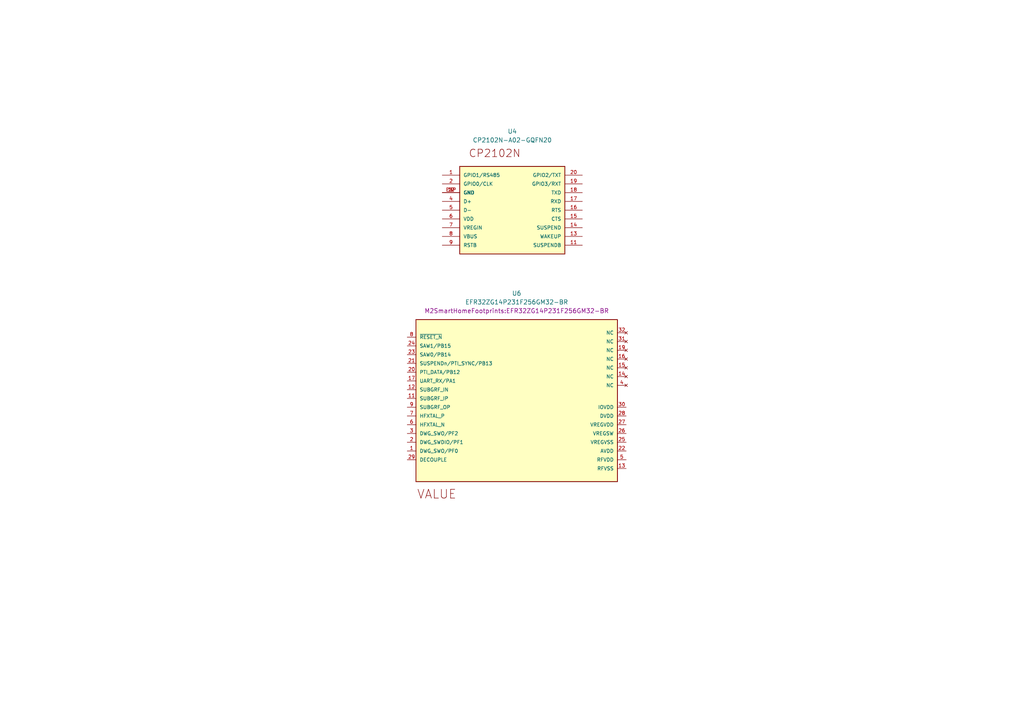
<source format=kicad_sch>
(kicad_sch (version 20231120) (generator "eeschema") (generator_version "8.0")
  (paper "A4")
  (lib_symbols
    (symbol "M2SmartHomeSymbols:CP2102N-A02-GQFN20" (pin_names (offset 1.016))
      (property "Reference" "U" (at -12.7 17.78 0))
      (property "Value" "CP2102N-A02-GQFN20" (at 0 0 0))
      (symbol "CP2102N-A02-GQFN20_0_0"
        (rectangle (start -15.24 -12.7) (end 15.24 12.7) (stroke (width 0.254)) (fill (type background)))
        (text "CP2102N" (at -12.7 15.24 0) (effects (font (size 2.1844 2.1844)) (justify left bottom)))
        (pin bidirectional line (at -20.32 10.16 0) (length 5.08) (name "GPIO1/RS485") (number "1"))
        (pin bidirectional line (at 20.32 -10.16 180) (length 5.08) (name "SUSPENDB") (number "11"))
        (pin bidirectional line (at -20.32 5.08 0) (length 5.08) (name "GND") (number "12"))
        (pin bidirectional line (at 20.32 -7.62 180) (length 5.08) (name "WAKEUP") (number "13"))
        (pin bidirectional line (at 20.32 -5.08 180) (length 5.08) (name "SUSPEND") (number "14"))
        (pin bidirectional line (at 20.32 -2.54 180) (length 5.08) (name "CTS") (number "15"))
        (pin bidirectional line (at 20.32 0 180) (length 5.08) (name "RTS") (number "16"))
        (pin bidirectional line (at 20.32 2.54 180) (length 5.08) (name "RXD") (number "17"))
        (pin bidirectional line (at 20.32 5.08 180) (length 5.08) (name "TXD") (number "18"))
        (pin bidirectional line (at 20.32 7.62 180) (length 5.08) (name "GPIO3/RXT") (number "19"))
        (pin bidirectional line (at -20.32 7.62 0) (length 5.08) (name "GPIO0/CLK") (number "2"))
        (pin bidirectional line (at 20.32 10.16 180) (length 5.08) (name "GPIO2/TXT") (number "20"))
        (pin bidirectional line (at -20.32 5.08 0) (length 5.08) (name "GND") (number "3"))
        (pin bidirectional line (at -20.32 2.54 0) (length 5.08) (name "D+") (number "4"))
        (pin bidirectional line (at -20.32 0 0) (length 5.08) (name "D-") (number "5"))
        (pin bidirectional line (at -20.32 -2.54 0) (length 5.08) (name "VDD") (number "6"))
        (pin bidirectional line (at -20.32 -5.08 0) (length 5.08) (name "VREGIN") (number "7"))
        (pin bidirectional line (at -20.32 -7.62 0) (length 5.08) (name "VBUS") (number "8"))
        (pin bidirectional line (at -20.32 -10.16 0) (length 5.08) (name "RSTB") (number "9"))
        (pin bidirectional line (at -20.32 5.08 0) (length 5.08) (name "GND") (number "EXP"))
      )
    )
    (symbol "M2SmartHomeSymbols:EFR32ZG14P231F256GM32-BR" (pin_names (offset 1.016))
      (property "Reference" "U" (at -30.226 22.098 0))
      (property "Value" "EFR32ZG14P231F256GM32-BR" (at 0 0 0))
      (property "Footprint" "M2SmartHomeFootprints:EFR32ZG14P231F256GM32-BR" (at 0 0 0))
      (symbol "EFR32ZG14P231F256GM32-BR_0_0"
        (rectangle (start -30.48 20.32) (end 27.94 -26.67) (stroke (width 0.254)) (fill (type background)))
        (text "VALUE" (at -30.226 -31.75 0) (effects (font (size 2.5424 2.5424)) (justify left bottom)))
      )
      (symbol "EFR32ZG14P231F256GM32-BR_1_0"
        (pin bidirectional line (at -33.02 -17.78 0) (length 2.54) (name "DWG_SWO/PF0") (number "1"))
        (pin bidirectional line (at -33.02 -2.54 0) (length 2.54) (name "SUBGRF_IP") (number "11"))
        (pin bidirectional line (at -33.02 0 0) (length 2.54) (name "SUBGRF_IN") (number "12"))
        (pin power_in line (at 30.48 -22.86 180) (length 2.54) (name "RFVSS") (number "13"))
        (pin no_connect line (at 30.48 3.81 180) (length 2.54) (name "NC") (number "14"))
        (pin no_connect line (at 30.48 6.35 180) (length 2.54) (name "NC") (number "15"))
        (pin no_connect line (at 30.48 8.89 180) (length 2.54) (name "NC") (number "16"))
        (pin bidirectional line (at -33.02 2.54 0) (length 2.54) (name "UART_RX/PA1") (number "17"))
        (pin no_connect line (at 30.48 11.43 180) (length 2.54) (name "NC") (number "19"))
        (pin bidirectional line (at -33.02 -15.24 0) (length 2.54) (name "DWG_SWDIO/PF1") (number "2"))
        (pin bidirectional line (at -33.02 5.08 0) (length 2.54) (name "PTI_DATA/PB12") (number "20"))
        (pin bidirectional line (at -33.02 7.62 0) (length 2.54) (name "SUSPENDn/PTI_SYNC/PB13") (number "21"))
        (pin power_in line (at 30.48 -17.78 180) (length 2.54) (name "AVDD") (number "22"))
        (pin bidirectional line (at -33.02 10.16 0) (length 2.54) (name "SAW0/PB14") (number "23"))
        (pin bidirectional line (at -33.02 12.7 0) (length 2.54) (name "SAW1/PB15") (number "24"))
        (pin power_in line (at 30.48 -15.24 180) (length 2.54) (name "VREGVSS") (number "25"))
        (pin power_in line (at 30.48 -12.7 180) (length 2.54) (name "VREGSW") (number "26"))
        (pin power_in line (at 30.48 -10.16 180) (length 2.54) (name "VREGVDD") (number "27"))
        (pin power_in line (at 30.48 -7.62 180) (length 2.54) (name "DVDD") (number "28"))
        (pin bidirectional line (at -33.02 -20.32 0) (length 2.54) (name "DECOUPLE") (number "29"))
        (pin bidirectional line (at -33.02 -12.7 0) (length 2.54) (name "DWG_SWO/PF2") (number "3"))
        (pin power_in line (at 30.48 -5.08 180) (length 2.54) (name "IOVDD") (number "30"))
        (pin no_connect line (at 30.48 13.97 180) (length 2.54) (name "NC") (number "31"))
        (pin no_connect line (at 30.48 16.51 180) (length 2.54) (name "NC") (number "32"))
        (pin no_connect line (at 30.48 1.27 180) (length 2.54) (name "NC") (number "4"))
        (pin power_in line (at 30.48 -20.32 180) (length 2.54) (name "RFVDD") (number "5"))
        (pin bidirectional line (at -33.02 -10.16 0) (length 2.54) (name "HFXTAL_N") (number "6"))
        (pin bidirectional line (at -33.02 -7.62 0) (length 2.54) (name "HFXTAL_P") (number "7"))
        (pin input line (at -33.02 15.24 0) (length 2.54) (name "~{RESET_N}") (number "8"))
        (pin bidirectional line (at -33.02 -5.08 0) (length 2.54) (name "SUBGRF_OP") (number "9"))
      )
    )
  )
  (symbol (lib_id "M2SmartHomeSymbols:CP2102N-A02-GQFN20") (at 148.59 60.96 0) (unit 1)
    (property "Reference" "U4" (at 148.59 38.1 0))
    (property "Value" "CP2102N-A02-GQFN20" (at 148.59 40.64 0))
    (property "Footprint" "M2SmartHomeFootprints:CP2102N-A02-GQFN20" (effects (hide yes)))
    (property "Datasheet" "https://www.mouser.pl/datasheet/2/368/efr32zg14_datasheet-1855460.pdf" (effects (hide yes)))
    (property "MF" "Silicon Labs" (effects (hide yes)))
    (property "Description_1" "\nUSB Bridge, USB to UART USB 2.0 UART Interface 20-QFN (3x3)\n" (effects (hide yes)))
    (property "Package" "WFQFN-20 Silicon Labs" (effects (hide yes)))
    (property "Price" "None" (effects (hide yes)))
    (property "SnapEDA_Link" "https://www.snapeda.com/parts/CP2102N-A02-GQFN20/Silicon+Labs/view-part/?ref=snap" (effects (hide yes)))
    (property "MP" "CP2102N-A02-GQFN20" (effects (hide yes)))
    (property "Purchase-URL" "https://www.snapeda.com/api/url_track_click_mouser/?unipart_id=4703064&manufacturer=Silicon Labs&part_name=CP2102N-A02-GQFN20&search_term=cp2102n" (effects (hide yes)))
    (property "Availability" "In Stock" (effects (hide yes)))
    (property "Check_prices" "https://www.snapeda.com/parts/CP2102N-A02-GQFN20/Silicon+Labs/view-part/?ref=eda" (effects (hide yes)))
  )
  (symbol (lib_id "M2SmartHomeSymbols:EFR32ZG14P231F256GM32-BR") (at 151.13 113.03 0) (unit 1)
    (property "Reference" "U6" (at 149.86 85.09 0))
    (property "Value" "EFR32ZG14P231F256GM32-BR" (at 149.86 87.63 0))
    (property "Footprint" "M2SmartHomeFootprints:EFR32ZG14P231F256GM32-BR" (at 149.86 90.17 0))
    (property "Datasheet" "https://www.mouser.pl/datasheet/2/368/efr32zg14_datasheet-1855460.pdf" (effects (hide yes)))
    (property "MF" "Silicon Labs" (effects (hide yes)))
    (property "Description_1" "Z-Wave 700 Modem SoC" (effects (hide yes)))
    (property "Package" "QFN32" (effects (hide yes)))
    (property "Price" "None" (effects (hide yes)))
    (property "MP" "EFR32ZG14P231F256GM32-BR" (effects (hide yes)))
    (property "Availability" "In Stock" (effects (hide yes)))
    (property "MANUFACTURER" "Silicon Labs" (effects (hide yes)))
  )
)
</source>
